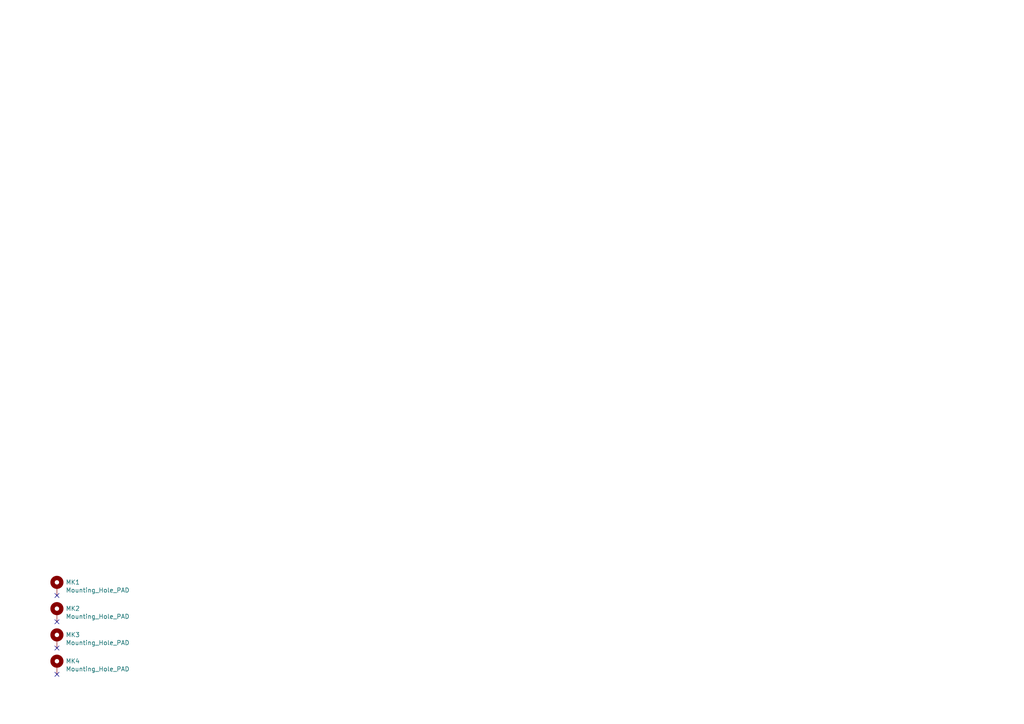
<source format=kicad_sch>
(kicad_sch (version 20230121) (generator eeschema)
  (paper "A4")
  (lib_symbols
    (symbol "EuroCard160mmX100mm_holes-rescue:Mounting_Hole_PAD-Mechanical" (pin_numbers hide) (pin_names (offset 1.016) hide)
      (property "Reference" "MK" (at 0 6.35 0))
      (property "Value" "Mechanical:Mounting_Hole_PAD" (at 0 4.445 0))
      (symbol "Mounting_Hole_PAD-Mechanical_0_1"
        (circle (center 0 1.27) (radius 1.27) (stroke (width 1.27)))
      )
      (symbol "Mounting_Hole_PAD-Mechanical_1_1"
        (pin input line (at 0 -2.54 90) (length 2.54) (name "1") (number "1"))
      )
    )
  )
  (no_connect (at 16.51 195.58))
  (no_connect (at 16.51 172.72))
  (no_connect (at 16.51 180.34))
  (no_connect (at 16.51 187.96))
  (symbol (lib_id "EuroCard160mmX100mm_holes-rescue:Mounting_Hole_PAD-Mechanical") (at 16.51 170.18 0) (unit 1)
    (property "Reference" "MK1" (at 19.05 168.8846 0) (effects (justify left)))
    (property "Value" "Mounting_Hole_PAD" (at 19.05 171.196 0) (effects (justify left)))
    (property "Footprint" "Mounting_Holes:MountingHole_2.7mm" (effects hide))
  )
  (symbol (lib_id "EuroCard160mmX100mm_holes-rescue:Mounting_Hole_PAD-Mechanical") (at 16.51 177.8 0) (unit 1)
    (property "Reference" "MK2" (at 19.05 176.5046 0) (effects (justify left)))
    (property "Value" "Mounting_Hole_PAD" (at 19.05 178.816 0) (effects (justify left)))
    (property "Footprint" "Mounting_Holes:MountingHole_2.7mm" (effects hide))
  )
  (symbol (lib_id "EuroCard160mmX100mm_holes-rescue:Mounting_Hole_PAD-Mechanical") (at 16.51 185.42 0) (unit 1)
    (property "Reference" "MK3" (at 19.05 184.1246 0) (effects (justify left)))
    (property "Value" "Mounting_Hole_PAD" (at 19.05 186.436 0) (effects (justify left)))
    (property "Footprint" "Mounting_Holes:MountingHole_2.7mm" (effects hide))
  )
  (symbol (lib_id "EuroCard160mmX100mm_holes-rescue:Mounting_Hole_PAD-Mechanical") (at 16.51 193.04 0) (unit 1)
    (property "Reference" "MK4" (at 19.05 191.7446 0) (effects (justify left)))
    (property "Value" "Mounting_Hole_PAD" (at 19.05 194.056 0) (effects (justify left)))
    (property "Footprint" "Mounting_Holes:MountingHole_2.7mm" (effects hide))
  )
)
</source>
